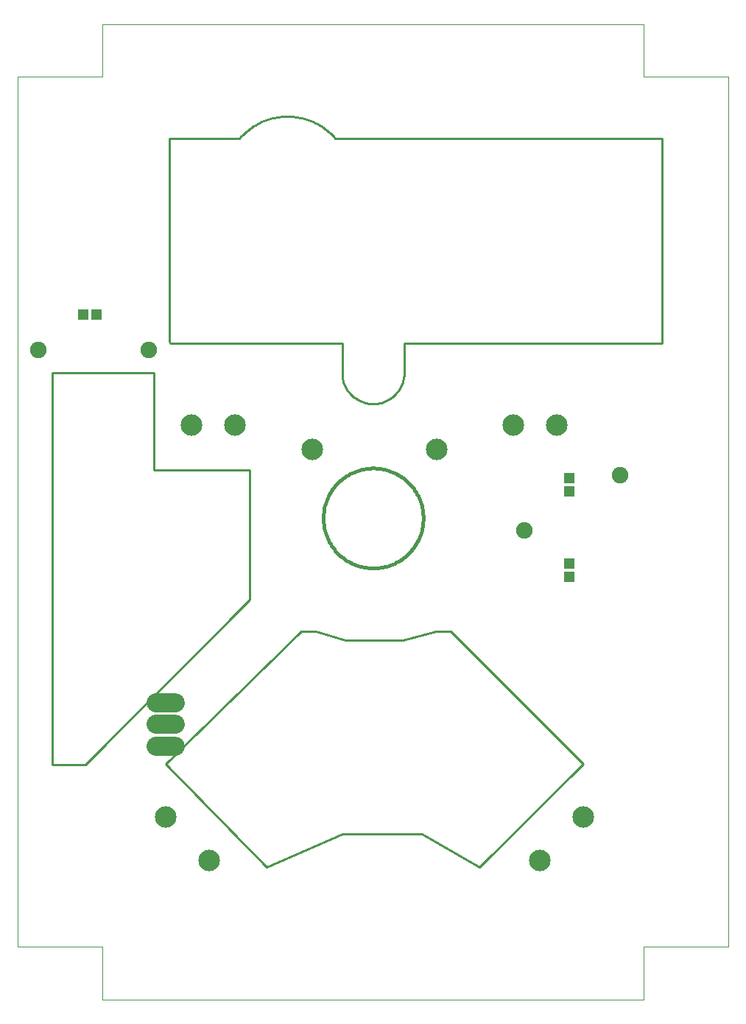
<source format=gbl>
G75*
%MOIN*%
%OFA0B0*%
%FSLAX24Y24*%
%IPPOS*%
%LPD*%
%AMOC8*
5,1,8,0,0,1.08239X$1,22.5*
%
%ADD10C,0.0000*%
%ADD11C,0.0100*%
%ADD12C,0.0160*%
%ADD13C,0.0748*%
%ADD14C,0.0856*%
%ADD15R,0.0495X0.0495*%
%ADD16C,0.0974*%
D10*
X002560Y002483D02*
X002560Y041849D01*
X006400Y041849D01*
X006400Y044233D01*
X030896Y044233D01*
X030896Y041849D01*
X034737Y041849D01*
X034737Y002484D01*
X030896Y002484D01*
X030896Y000100D01*
X030897Y000100D01*
X030896Y000100D02*
X006400Y000100D01*
X006400Y002484D01*
X002560Y002484D01*
X002560Y002483D02*
X002562Y002483D01*
X034598Y041852D02*
X034737Y041849D01*
D11*
X031710Y039050D02*
X031710Y029800D01*
X020060Y029800D01*
X020060Y028350D01*
X020039Y028328D02*
X020030Y028255D01*
X020017Y028182D01*
X020000Y028110D01*
X019980Y028040D01*
X019955Y027970D01*
X019927Y027901D01*
X019896Y027835D01*
X019861Y027770D01*
X019823Y027706D01*
X019781Y027645D01*
X019737Y027587D01*
X019689Y027530D01*
X019638Y027477D01*
X019585Y027426D01*
X019529Y027378D01*
X019470Y027332D01*
X019410Y027290D01*
X019347Y027252D01*
X019282Y027216D01*
X019215Y027184D01*
X019147Y027156D01*
X019078Y027131D01*
X019007Y027110D01*
X018935Y027093D01*
X018863Y027079D01*
X018789Y027070D01*
X018716Y027064D01*
X018642Y027062D01*
X018568Y027064D01*
X018495Y027070D01*
X018421Y027079D01*
X018349Y027093D01*
X018277Y027110D01*
X018206Y027131D01*
X018137Y027156D01*
X018069Y027184D01*
X018002Y027216D01*
X017937Y027252D01*
X017874Y027290D01*
X017814Y027332D01*
X017755Y027378D01*
X017699Y027426D01*
X017646Y027477D01*
X017595Y027530D01*
X017547Y027587D01*
X017503Y027645D01*
X017461Y027706D01*
X017423Y027770D01*
X017388Y027835D01*
X017357Y027901D01*
X017329Y027970D01*
X017304Y028040D01*
X017284Y028110D01*
X017267Y028182D01*
X017254Y028255D01*
X017245Y028328D01*
X017260Y028350D02*
X017260Y029800D01*
X009460Y029800D01*
X009410Y029850D02*
X009410Y039050D01*
X009449Y039076D02*
X012599Y039076D01*
X012668Y039154D01*
X012741Y039229D01*
X012816Y039302D01*
X012894Y039371D01*
X012974Y039438D01*
X013057Y039502D01*
X013142Y039563D01*
X013229Y039621D01*
X013318Y039675D01*
X013410Y039726D01*
X013503Y039774D01*
X013597Y039818D01*
X013693Y039859D01*
X013791Y039896D01*
X013890Y039930D01*
X013990Y039960D01*
X014091Y039987D01*
X014193Y040009D01*
X014296Y040028D01*
X014399Y040044D01*
X014503Y040055D01*
X014607Y040063D01*
X014712Y040067D01*
X014816Y040067D01*
X014921Y040063D01*
X015025Y040055D01*
X015129Y040044D01*
X015232Y040028D01*
X015335Y040009D01*
X015437Y039987D01*
X015538Y039960D01*
X015638Y039930D01*
X015737Y039896D01*
X015835Y039859D01*
X015931Y039818D01*
X016025Y039774D01*
X016118Y039726D01*
X016210Y039675D01*
X016299Y039621D01*
X016386Y039563D01*
X016471Y039502D01*
X016554Y039438D01*
X016634Y039371D01*
X016712Y039302D01*
X016787Y039229D01*
X016860Y039154D01*
X016929Y039076D01*
X016930Y039076D02*
X031693Y039076D01*
X022164Y016776D02*
X021491Y016776D01*
X019992Y016352D01*
X017402Y016352D01*
X016049Y016776D01*
X015378Y016776D01*
X009252Y010769D01*
X013827Y006104D01*
X017244Y007601D01*
X020844Y007601D01*
X023469Y006104D01*
X028150Y010769D01*
X022164Y016776D01*
X013069Y018182D02*
X013069Y024072D01*
X008717Y024072D01*
X008717Y028450D01*
X004137Y028450D01*
X004137Y010733D01*
X005623Y010733D01*
X013069Y018182D01*
D12*
X016389Y021887D02*
X016391Y021982D01*
X016397Y022076D01*
X016407Y022170D01*
X016421Y022264D01*
X016438Y022357D01*
X016460Y022449D01*
X016486Y022541D01*
X016515Y022631D01*
X016548Y022719D01*
X016584Y022807D01*
X016625Y022892D01*
X016669Y022976D01*
X016716Y023058D01*
X016767Y023138D01*
X016821Y023216D01*
X016878Y023291D01*
X016938Y023364D01*
X017002Y023435D01*
X017068Y023502D01*
X017137Y023567D01*
X017209Y023629D01*
X017283Y023688D01*
X017360Y023744D01*
X017438Y023796D01*
X017519Y023845D01*
X017602Y023891D01*
X017687Y023933D01*
X017774Y023971D01*
X017862Y024006D01*
X017951Y024037D01*
X018042Y024065D01*
X018134Y024088D01*
X018226Y024108D01*
X018320Y024124D01*
X018414Y024136D01*
X018508Y024144D01*
X018603Y024148D01*
X018697Y024148D01*
X018792Y024144D01*
X018886Y024136D01*
X018980Y024124D01*
X019074Y024108D01*
X019166Y024088D01*
X019258Y024065D01*
X019349Y024037D01*
X019438Y024006D01*
X019526Y023971D01*
X019613Y023933D01*
X019698Y023891D01*
X019780Y023845D01*
X019862Y023796D01*
X019940Y023744D01*
X020017Y023688D01*
X020091Y023629D01*
X020163Y023567D01*
X020232Y023502D01*
X020298Y023435D01*
X020362Y023364D01*
X020422Y023291D01*
X020479Y023216D01*
X020533Y023138D01*
X020584Y023058D01*
X020631Y022976D01*
X020675Y022892D01*
X020716Y022807D01*
X020752Y022719D01*
X020785Y022631D01*
X020814Y022541D01*
X020840Y022449D01*
X020862Y022357D01*
X020879Y022264D01*
X020893Y022170D01*
X020903Y022076D01*
X020909Y021982D01*
X020911Y021887D01*
X020909Y021792D01*
X020903Y021698D01*
X020893Y021604D01*
X020879Y021510D01*
X020862Y021417D01*
X020840Y021325D01*
X020814Y021233D01*
X020785Y021143D01*
X020752Y021055D01*
X020716Y020967D01*
X020675Y020882D01*
X020631Y020798D01*
X020584Y020716D01*
X020533Y020636D01*
X020479Y020558D01*
X020422Y020483D01*
X020362Y020410D01*
X020298Y020339D01*
X020232Y020272D01*
X020163Y020207D01*
X020091Y020145D01*
X020017Y020086D01*
X019940Y020030D01*
X019862Y019978D01*
X019781Y019929D01*
X019698Y019883D01*
X019613Y019841D01*
X019526Y019803D01*
X019438Y019768D01*
X019349Y019737D01*
X019258Y019709D01*
X019166Y019686D01*
X019074Y019666D01*
X018980Y019650D01*
X018886Y019638D01*
X018792Y019630D01*
X018697Y019626D01*
X018603Y019626D01*
X018508Y019630D01*
X018414Y019638D01*
X018320Y019650D01*
X018226Y019666D01*
X018134Y019686D01*
X018042Y019709D01*
X017951Y019737D01*
X017862Y019768D01*
X017774Y019803D01*
X017687Y019841D01*
X017602Y019883D01*
X017520Y019929D01*
X017438Y019978D01*
X017360Y020030D01*
X017283Y020086D01*
X017209Y020145D01*
X017137Y020207D01*
X017068Y020272D01*
X017002Y020339D01*
X016938Y020410D01*
X016878Y020483D01*
X016821Y020558D01*
X016767Y020636D01*
X016716Y020716D01*
X016669Y020798D01*
X016625Y020882D01*
X016584Y020967D01*
X016548Y021055D01*
X016515Y021143D01*
X016486Y021233D01*
X016460Y021325D01*
X016438Y021417D01*
X016421Y021510D01*
X016407Y021604D01*
X016397Y021698D01*
X016391Y021792D01*
X016389Y021887D01*
D13*
X008481Y029513D03*
X003481Y029513D03*
X025491Y021336D03*
X029821Y023836D03*
D14*
X009687Y013544D02*
X008830Y013544D01*
X008830Y012560D02*
X009687Y012560D01*
X009687Y011576D02*
X008830Y011576D01*
D15*
X006123Y031104D03*
X005523Y031104D03*
X027510Y023690D03*
X027510Y023090D03*
X027528Y019841D03*
X027528Y019241D03*
D16*
X026969Y026084D03*
X025000Y026084D03*
X021516Y024982D03*
X015886Y024982D03*
X012402Y026084D03*
X010434Y026084D03*
X009252Y008368D03*
X011221Y006399D03*
X026182Y006399D03*
X028150Y008368D03*
M02*

</source>
